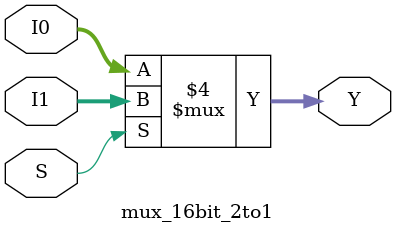
<source format=sv>
module mux_4bit_2to1 (
    input [3:0] I0,    // First 4-bit input
    input [3:0] I1,    // Second 4-bit input
    input S,           // Select signal
    output reg [3:0] Y // 4-bit output
);
    always @(*) begin
        if (S == 0)
            Y = I0;    // Select I0 when S=0
        else
            Y = I1;    // Select I1 when S=1
    end
endmodule

module mux_16bit_2to1 (
    input [15:0] I0,    // First 16-bit input
    input [15:0] I1,    // Second 16-bit input
    input S,           // Select signal
    output reg [15:0] Y // 16-bit output
);
    always @(*) begin
        if (S == 0)
            Y = I0;    // Select I0 when S=0
        else
            Y = I1;    // Select I1 when S=1
    end
endmodule


</source>
